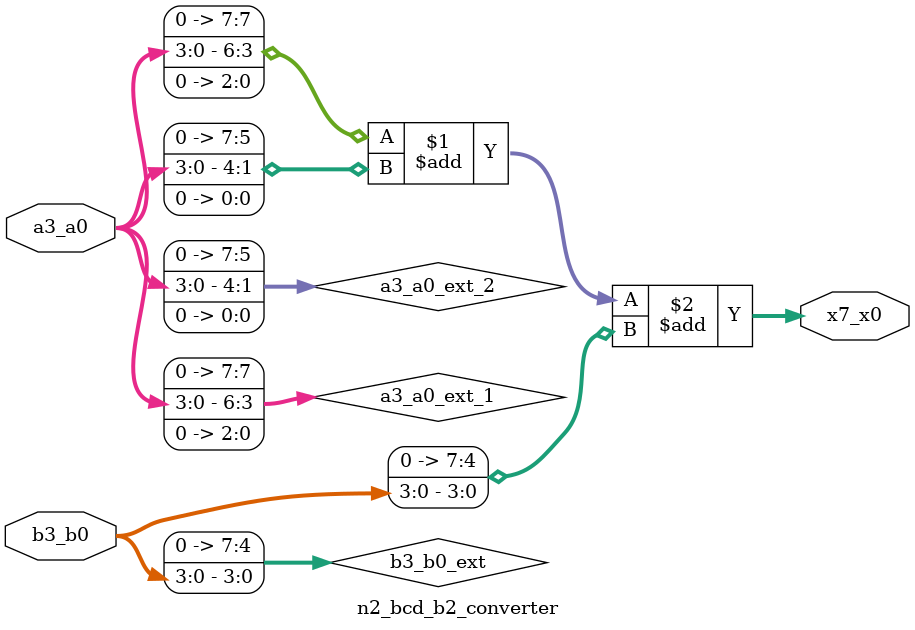
<source format=v>
module n2_bcd_b2_converter(a3_a0, b3_b0, x7_x0);
	input[3:0] a3_a0, b3_b0;
	output[7:0] x7_x0;

	wire[7:0] a3_a0_ext_1;
	wire[7:0] a3_a0_ext_2;
	wire[7:0] b3_b0_ext;

	assign a3_a0_ext_1 = {1'B0, a3_a0, 3'B000};
	assign a3_a0_ext_2 = {3'B000, a3_a0, 1'B0};
	assign b3_b0_ext = {4'B000, b3_b0};

	// sarebbe un sommatore a 8 cifre binarie
	assign x7_x0 = a3_a0_ext_1 + a3_a0_ext_2 + b3_b0_ext;
endmodule

</source>
